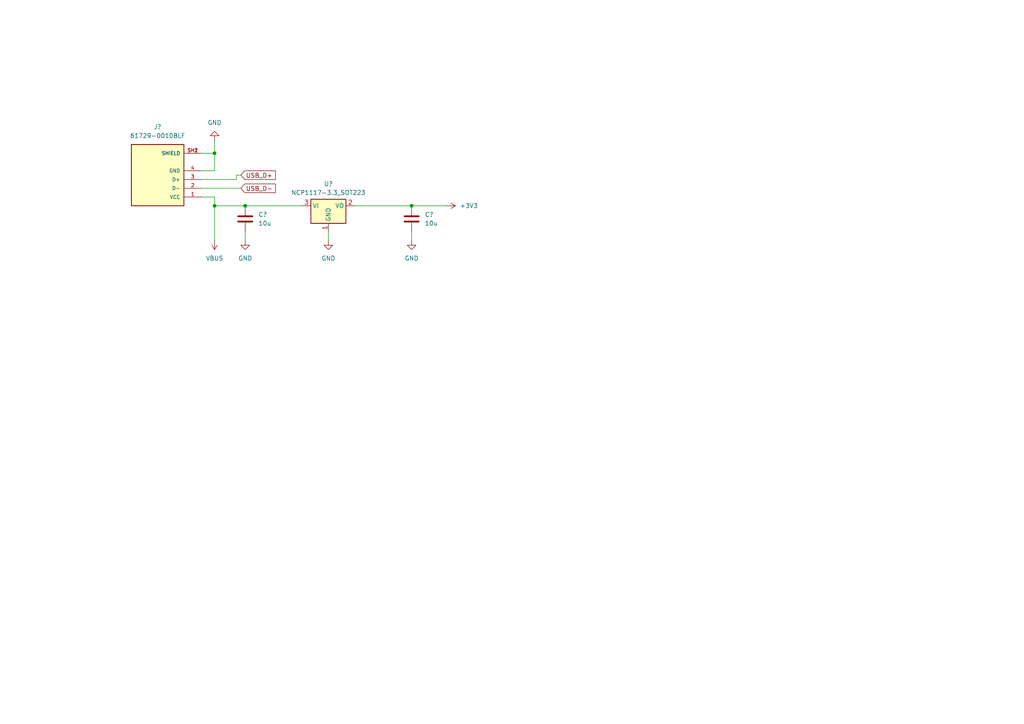
<source format=kicad_sch>
(kicad_sch (version 20250114) (generator "eeschema") (generator_version "9.0")
  (paper "A4")
  (title_block (title "OpenSync Power and Data") (date "2025-10-31") (rev "0.1") (company "OpenPIV Consortium") (comment 1 "USB power and data interface"))
  (lib_symbols
    (symbol "61729-0010BLF:61729-0010BLF" (pin_names (offset 1.016))
      (property "Reference" "J" (at -7.62 8.382 0))
      (property "Value" "61729-0010BLF" (at -7.62 -12.7 0))
      (symbol "61729-0010BLF_0_0"
        (rectangle (start -7.62 -10.16) (end 7.62 7.62) (stroke (width 0.254)) (fill (type background)))
        (pin power_in line (at -12.7 5.08 0) (length 5.08) (name "VCC") (number "1"))
        (pin bidirectional line (at -12.7 2.54 0) (length 5.08) (name "D-") (number "2"))
        (pin bidirectional line (at -12.7 0 0) (length 5.08) (name "D+") (number "3"))
        (pin power_in line (at -12.7 -2.54 0) (length 5.08) (name "GND") (number "4"))
        (pin passive line (at -12.7 -7.62 0) (length 5.08) (name "SHIELD") (number "SH1"))
        (pin passive line (at -12.7 -7.62 0) (length 5.08) (name "SHIELD") (number "SH2"))
      )
    )
    (symbol "Device:C" (pin_numbers (hide yes)) (pin_names (offset 0.254))
      (property "Reference" "C" (at 0.635 2.54 0))
      (property "Value" "C" (at 0.635 -2.54 0))
      (symbol "C_0_1"
        (polyline (pts (xy -2.032 0.762) (xy 2.032 0.762)) (stroke (width 0.508)))
        (polyline (pts (xy -2.032 -0.762) (xy 2.032 -0.762)) (stroke (width 0.508)))
      )
      (symbol "C_1_1"
        (pin passive line (at 0 3.81 270) (length 2.794) (name "~") (number "1"))
        (pin passive line (at 0 -3.81 90) (length 2.794) (name "~") (number "2"))
      )
    )
    (symbol "Regulator_Linear:NCP1117-3.3_SOT223"
      (property "Reference" "U" (at -3.81 3.175 0))
      (property "Value" "NCP1117-3.3_SOT223" (at 0 3.175 0))
      (symbol "NCP1117-3.3_SOT223_0_1"
        (rectangle (start -5.08 -5.08) (end 5.08 1.905) (stroke (width 0.254)) (fill (type background)))
      )
      (symbol "NCP1117-3.3_SOT223_1_1"
        (pin power_in line (at -7.62 0 0) (length 2.54) (name "VI") (number "3"))
        (pin power_in line (at 0 -7.62 90) (length 2.54) (name "GND") (number "1"))
        (pin power_out line (at 7.62 0 180) (length 2.54) (name "VO") (number "2"))
      )
    )
    (symbol "power:+3V3" (power) (pin_numbers (hide yes)) (pin_names (offset 0) (hide yes))
      (property "Value" "+3V3" (at 0 3.556 0))
      (symbol "+3V3_0_1"
        (polyline (pts (xy -0.762 1.27) (xy 0 2.54)))
        (polyline (pts (xy 0 2.54) (xy 0.762 1.27)))
        (polyline (pts (xy 0 0) (xy 0 2.54)))
      )
      (symbol "+3V3_1_1"
        (pin power_in line (at 0 0 90) (length 0) (name "~") (number "1"))
      )
    )
    (symbol "power:GND" (power) (pin_numbers (hide yes)) (pin_names (offset 0) (hide yes))
      (property "Value" "GND" (at 0 -3.81 0))
      (symbol "GND_0_1"
        (polyline (pts (xy 0 0) (xy 0 -1.27) (xy 1.27 -1.27) (xy 0 -2.54) (xy -1.27 -1.27) (xy 0 -1.27)))
      )
      (symbol "GND_1_1"
        (pin power_in line (at 0 0 270) (length 0) (name "~") (number "1"))
      )
    )
    (symbol "power:VBUS" (power) (pin_numbers (hide yes)) (pin_names (offset 0) (hide yes))
      (property "Value" "VBUS" (at 0 3.556 0))
      (symbol "VBUS_0_1"
        (polyline (pts (xy -0.762 1.27) (xy 0 2.54)))
        (polyline (pts (xy 0 2.54) (xy 0.762 1.27)))
        (polyline (pts (xy 0 0) (xy 0 2.54)))
      )
      (symbol "VBUS_1_1"
        (pin power_in line (at 0 0 90) (length 0) (name "~") (number "1"))
      )
    )
  )
  (junction (at 62.23 44.45))
  (junction (at 71.12 59.69))
  (junction (at 119.38 59.69))
  (junction (at 62.23 59.69))
  (wire (pts (xy 58.42 57.15) (xy 62.23 57.15)))
  (wire (pts (xy 71.12 59.69) (xy 62.23 59.69)))
  (wire (pts (xy 119.38 67.31) (xy 119.38 69.85)))
  (wire (pts (xy 62.23 49.53) (xy 62.23 44.45)))
  (wire (pts (xy 71.12 67.31) (xy 71.12 69.85)))
  (wire (pts (xy 68.58 50.8) (xy 68.58 52.07)))
  (wire (pts (xy 58.42 49.53) (xy 62.23 49.53)))
  (wire (pts (xy 68.58 50.8) (xy 69.85 50.8)))
  (wire (pts (xy 58.42 54.61) (xy 69.85 54.61)))
  (wire (pts (xy 71.12 59.69) (xy 87.63 59.69)))
  (wire (pts (xy 62.23 59.69) (xy 62.23 69.85)))
  (wire (pts (xy 62.23 57.15) (xy 62.23 59.69)))
  (wire (pts (xy 102.87 59.69) (xy 119.38 59.69)))
  (wire (pts (xy 95.25 67.31) (xy 95.25 69.85)))
  (wire (pts (xy 62.23 40.64) (xy 62.23 44.45)))
  (wire (pts (xy 119.38 59.69) (xy 129.54 59.69)))
  (wire (pts (xy 62.23 44.45) (xy 58.42 44.45)))
  (wire (pts (xy 68.58 52.07) (xy 58.42 52.07)))
  (global_label "USB_D-" (shape input) (at 69.85 54.61 0) (property "Intersheetrefs" "${INTERSHEET_REFS}" (effects (hide yes))))
  (global_label "USB_D+" (shape input) (at 69.85 50.8 0) (property "Intersheetrefs" "${INTERSHEET_REFS}" (effects (hide yes))))
  (symbol (lib_id "power:GND") (at 62.23 40.64 180) (unit 1)
    (property "Reference" "#PWR02" (effects (hide yes)))
    (property "Value" "GND" (at 62.23 35.56 0))
    (property "Description" "Power symbol creates a global label with name \"GND\" , ground" (effects (hide yes)))
  )
  (symbol (lib_id "power:GND") (at 119.38 69.85 0) (unit 1)
    (property "Reference" "#PWR05" (effects (hide yes)))
    (property "Value" "GND" (at 119.38 74.93 0))
    (property "Description" "Power symbol creates a global label with name \"GND\" , ground" (effects (hide yes)))
  )
  (symbol (lib_id "61729-0010BLF:61729-0010BLF") (at 45.72 52.07 180) (unit 1)
    (property "Reference" "J?" (at 45.72 36.83 0))
    (property "Value" "61729-0010BLF" (at 45.72 39.37 0))
    (property "Footprint" "61729-0010BLF:AMPHENOL_61729-0010BLF" (effects (hide yes)))
    (property "MF" "AMPHENOL ICC / FCI" (effects (hide yes)))
    (property "MAXIMUM_PACKAGE_HEIGHT" "11.50 mm" (effects (hide yes)))
    (property "Package" "None" (effects (hide yes)))
    (property "Price" "None" (effects (hide yes)))
    (property "Check_prices" "https://www.snapeda.com/parts/61729-0010BLF/Amphenol/view-part/?ref=eda" (effects (hide yes)))
    (property "STANDARD" "Manufacturer Recommendations" (effects (hide yes)))
    (property "PARTREV" "AD" (effects (hide yes)))
    (property "SnapEDA_Link" "https://www.snapeda.com/parts/61729-0010BLF/Amphenol/view-part/?ref=snap" (effects (hide yes)))
    (property "MP" "61729-0010BLF" (effects (hide yes)))
    (property "Description_1" "Conn Data USB TypeB Socket 4Cnts RightAngle ThruHole White | Amphenol FCI (Amphenol CS) 61729-0010BLF" (effects (hide yes)))
    (property "Availability" "In Stock" (effects (hide yes)))
    (property "MANUFACTURER" "Amphenol" (effects (hide yes)))
  )
  (symbol (lib_id "Device:C") (at 119.38 63.5 0) (unit 1)
    (property "Reference" "C?" (at 123.19 62.2299 0) (effects (justify left)))
    (property "Value" "10u" (at 123.19 64.7699 0) (effects (justify left)))
    (property "Description" "Unpolarized capacitor" (effects (hide yes)))
  )
  (symbol (lib_id "power:GND") (at 71.12 69.85 0) (unit 1)
    (property "Reference" "#PWR04" (effects (hide yes)))
    (property "Value" "GND" (at 71.12 74.93 0))
    (property "Description" "Power symbol creates a global label with name \"GND\" , ground" (effects (hide yes)))
  )
  (symbol (lib_id "Regulator_Linear:NCP1117-3.3_SOT223") (at 95.25 59.69 0) (unit 1)
    (property "Reference" "U?" (at 95.25 53.34 0))
    (property "Value" "NCP1117-3.3_SOT223" (at 95.25 55.88 0))
    (property "Footprint" "Package_TO_SOT_SMD:SOT-223-3_TabPin2" (effects (hide yes)))
    (property "Datasheet" "http://www.onsemi.com/pub_link/Collateral/NCP1117-D.PDF" (effects (hide yes)))
    (property "Description" "1A Low drop-out regulator, Fixed Output 3.3V, SOT-223" (effects (hide yes)))
  )
  (symbol (lib_id "Device:C") (at 71.12 63.5 0) (unit 1)
    (property "Reference" "C?" (at 74.93 62.2299 0) (effects (justify left)))
    (property "Value" "10u" (at 74.93 64.7699 0) (effects (justify left)))
    (property "Description" "Unpolarized capacitor" (effects (hide yes)))
  )
  (symbol (lib_id "power:VBUS") (at 62.23 69.85 180) (unit 1)
    (property "Reference" "#PWR03" (effects (hide yes)))
    (property "Value" "VBUS" (at 62.23 74.93 0))
    (property "Description" "Power symbol creates a global label with name \"VBUS\"" (effects (hide yes)))
  )
  (symbol (lib_id "power:+3V3") (at 129.54 59.69 270) (unit 1)
    (property "Reference" "#PWR07" (effects (hide yes)))
    (property "Value" "+3V3" (at 133.35 59.6899 90) (effects (justify left)))
    (property "Description" "Power symbol creates a global label with name \"+3V3\"" (effects (hide yes)))
  )
  (symbol (lib_id "power:GND") (at 95.25 69.85 0) (unit 1)
    (property "Reference" "#PWR06" (effects (hide yes)))
    (property "Value" "GND" (at 95.25 74.93 0))
    (property "Description" "Power symbol creates a global label with name \"GND\" , ground" (effects (hide yes)))
  )
)
</source>
